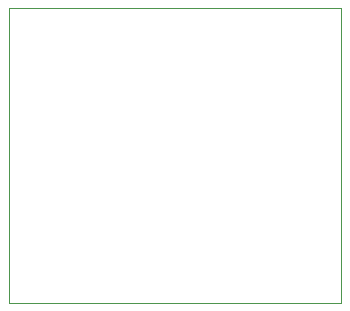
<source format=gbr>
G04 (created by PCBNEW (22-Jun-2014 BZR 4027)-stable) date Fri 19 Dec 2014 12:55:31 PM EET*
%MOIN*%
G04 Gerber Fmt 3.4, Leading zero omitted, Abs format*
%FSLAX34Y34*%
G01*
G70*
G90*
G04 APERTURE LIST*
%ADD10C,0.00590551*%
%ADD11C,0.0039*%
G04 APERTURE END LIST*
G54D10*
G54D11*
X19409Y-13661D02*
X30472Y-13661D01*
X19409Y-23504D02*
X19646Y-23504D01*
X19409Y-13661D02*
X19409Y-23504D01*
X30472Y-23504D02*
X19646Y-23504D01*
X30472Y-23465D02*
X30472Y-23504D01*
X30472Y-23386D02*
X30472Y-23465D01*
X30472Y-13661D02*
X30472Y-23386D01*
M02*

</source>
